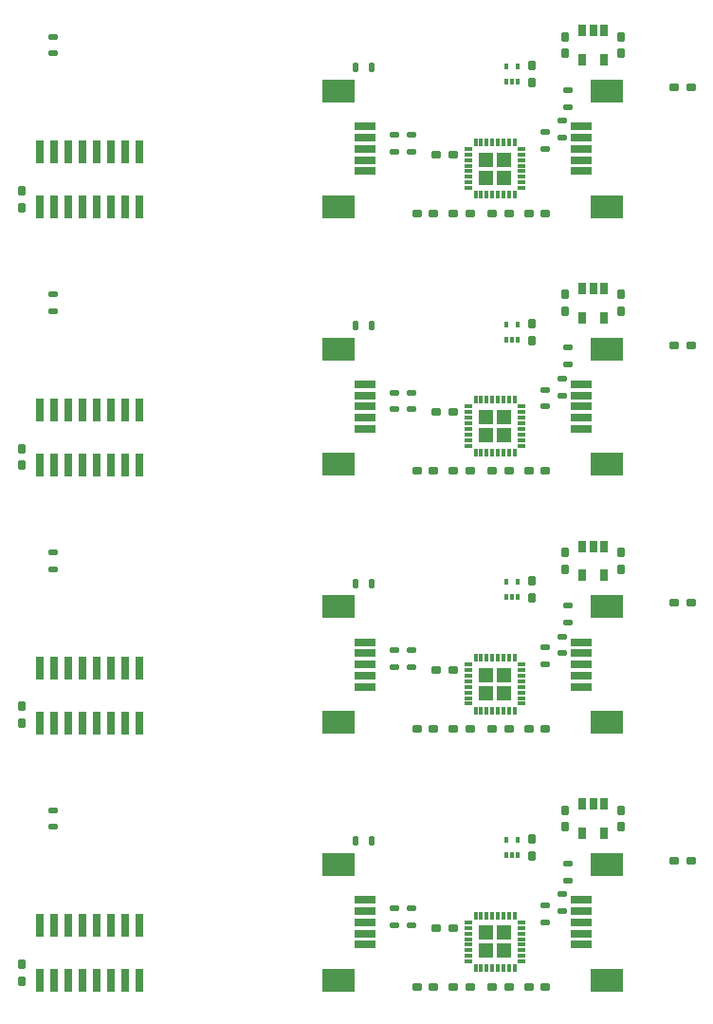
<source format=gbp>
%FSLAX46Y46*%
%MOMM*%
%AMPS13*
21,1,0.300000,0.450000,0.000000,0.000000,360.000000*
%
%ADD13PS13*%
%AMPS12*
21,1,0.300000,0.450000,0.000000,0.000000,180.000000*
%
%ADD12PS12*%
%AMPS26*
21,1,0.600000,1.900000,0.000000,0.000000,270.000000*
%
%ADD26PS26*%
%AMPS23*
21,1,0.600000,1.900000,0.000000,0.000000,90.000000*
%
%ADD23PS23*%
%AMPS24*
21,1,2.100000,2.800000,0.000000,0.000000,270.000000*
%
%ADD24PS24*%
%AMPS22*
21,1,2.100000,2.800000,0.000000,0.000000,90.000000*
%
%ADD22PS22*%
%AMPS17*
21,1,0.600000,1.950000,0.000000,0.000000,360.000000*
%
%ADD17PS17*%
%AMPS16*
21,1,0.600000,1.950000,0.000000,0.000000,180.000000*
%
%ADD16PS16*%
%AMPS29*
21,1,0.300000,0.600000,0.000000,0.000000,360.000000*
%
%ADD29PS29*%
%AMPS28*
21,1,0.300000,0.600000,0.000000,0.000000,270.000000*
%
%ADD28PS28*%
%AMPS30*
21,1,0.300000,0.600000,0.000000,0.000000,180.000000*
%
%ADD30PS30*%
%AMPS27*
21,1,0.300000,0.600000,0.000000,0.000000,90.000000*
%
%ADD27PS27*%
%AMPS11*
1,1,0.360000,0.220000,-0.195000*
1,1,0.360000,0.220000,0.195000*
21,1,0.800000,0.390000,0.000000,0.000000,360.000000*
21,1,0.440000,0.750000,0.000000,0.000000,360.000000*
1,1,0.360000,-0.220000,-0.195000*
1,1,0.360000,-0.220000,0.195000*
%
%ADD11PS11*%
%AMPS15*
1,1,0.360000,-0.195000,-0.220000*
1,1,0.360000,0.195000,-0.220000*
21,1,0.800000,0.390000,0.000000,0.000000,270.000000*
21,1,0.440000,0.750000,0.000000,0.000000,270.000000*
1,1,0.360000,-0.195000,0.220000*
1,1,0.360000,0.195000,0.220000*
%
%ADD15PS15*%
%AMPS18*
1,1,0.360000,-0.220000,0.195000*
1,1,0.360000,-0.220000,-0.195000*
21,1,0.800000,0.390000,0.000000,0.000000,180.000000*
21,1,0.440000,0.750000,0.000000,0.000000,180.000000*
1,1,0.360000,0.220000,0.195000*
1,1,0.360000,0.220000,-0.195000*
%
%ADD18PS18*%
%AMPS25*
1,1,0.360000,0.195000,0.220000*
1,1,0.360000,-0.195000,0.220000*
21,1,0.800000,0.390000,0.000000,0.000000,90.000000*
21,1,0.440000,0.750000,0.000000,0.000000,90.000000*
1,1,0.360000,0.195000,-0.220000*
1,1,0.360000,-0.195000,-0.220000*
%
%ADD25PS25*%
%AMPS14*
1,1,0.240000,-0.330000,-0.130000*
1,1,0.240000,0.330000,-0.130000*
21,1,0.500000,0.660000,0.000000,0.000000,270.000000*
21,1,0.260000,0.900000,0.000000,0.000000,270.000000*
1,1,0.240000,-0.330000,0.130000*
1,1,0.240000,0.330000,0.130000*
%
%ADD14PS14*%
%AMPS21*
1,1,0.240000,-0.130000,0.330000*
1,1,0.240000,-0.130000,-0.330000*
21,1,0.500000,0.660000,0.000000,0.000000,180.000000*
21,1,0.260000,0.900000,0.000000,0.000000,180.000000*
1,1,0.240000,0.130000,0.330000*
1,1,0.240000,0.130000,-0.330000*
%
%ADD21PS21*%
%AMPS10*
1,1,0.240000,0.330000,0.130000*
1,1,0.240000,-0.330000,0.130000*
21,1,0.500000,0.660000,0.000000,0.000000,90.000000*
21,1,0.260000,0.900000,0.000000,0.000000,90.000000*
1,1,0.240000,0.330000,-0.130000*
1,1,0.240000,-0.330000,-0.130000*
%
%ADD10PS10*%
%AMPS19*
1,1,0.100000,0.250000,-0.500000*
1,1,0.100000,0.250000,0.500000*
21,1,0.600000,1.000000,0.000000,0.000000,360.000000*
21,1,0.500000,1.100000,0.000000,0.000000,360.000000*
1,1,0.100000,-0.250000,-0.500000*
1,1,0.100000,-0.250000,0.500000*
%
%ADD19PS19*%
%AMPS20*
1,1,0.100000,-0.250000,0.500000*
1,1,0.100000,-0.250000,-0.500000*
21,1,0.600000,1.000000,0.000000,0.000000,180.000000*
21,1,0.500000,1.100000,0.000000,0.000000,180.000000*
1,1,0.100000,0.250000,0.500000*
1,1,0.100000,0.250000,-0.500000*
%
%ADD20PS20*%
%AMPS31*
4,1,4,
-1.443750,1.443750,
-0.206250,1.443750,
-0.206250,0.206250,
-1.443750,0.206250,
-1.443750,1.443750,
0*
4,1,4,
0.206250,1.443750,
1.443750,1.443750,
1.443750,0.206250,
0.206250,0.206250,
0.206250,1.443750,
0*
4,1,4,
0.206250,-0.206250,
1.443750,-0.206250,
1.443750,-1.443750,
0.206250,-1.443750,
0.206250,-0.206250,
0*
4,1,4,
-1.443750,-0.206250,
-0.206250,-0.206250,
-0.206250,-1.443750,
-1.443750,-1.443750,
-1.443750,-0.206250,
0*
%
%ADD31PS31*%
G01*
G01*
%LPD*%
G75*
D10*
X46500000Y31000000D03*
D10*
X46500000Y29500000D03*
D11*
X50250000Y24000000D03*
D11*
X51750000Y24000000D03*
D11*
X70000000Y35250000D03*
D11*
X71500000Y35250000D03*
D12*
X56000000Y37100000D03*
D13*
X56000000Y35750000D03*
D13*
X55500000Y35750000D03*
D13*
X55000000Y35750000D03*
D12*
X55000000Y37100000D03*
D14*
X60000000Y30750000D03*
D14*
X60000000Y32250000D03*
D10*
X58500000Y31250000D03*
D10*
X58500000Y29750000D03*
D15*
X60250000Y39750000D03*
D15*
X60250000Y38250000D03*
D16*
X19705000Y29450000D03*
D17*
X20975000Y24550000D03*
D16*
X17165000Y29450000D03*
D17*
X22245000Y24550000D03*
D17*
X14625000Y24550000D03*
D17*
X15895000Y24550000D03*
D16*
X14625000Y29450000D03*
D17*
X18435000Y24550000D03*
D17*
X19705000Y24550000D03*
D16*
X15895000Y29450000D03*
D17*
X13355000Y24550000D03*
D16*
X18435000Y29450000D03*
D16*
X20975000Y29450000D03*
D16*
X22245000Y29450000D03*
D16*
X13355000Y29450000D03*
D17*
X17165000Y24550000D03*
D18*
X48500000Y24000000D03*
D18*
X47000000Y24000000D03*
D10*
X45000000Y31000000D03*
D10*
X45000000Y29500000D03*
D19*
X61800000Y37700000D03*
D19*
X63700000Y37700000D03*
D20*
X63700000Y40300000D03*
D20*
X61800000Y40300000D03*
D20*
X62750000Y40300000D03*
D21*
X41500000Y37000000D03*
D21*
X43000000Y37000000D03*
D22*
X64000000Y34900000D03*
D23*
X61650000Y29750000D03*
D24*
X64000000Y24600000D03*
D23*
X61650000Y28750000D03*
D23*
X61650000Y30750000D03*
D23*
X61650000Y27750000D03*
D23*
X61650000Y31750000D03*
D15*
X57250000Y37175000D03*
D15*
X57250000Y35675000D03*
D11*
X48750000Y29250000D03*
D11*
X50250000Y29250000D03*
D10*
X14523334Y39750000D03*
D10*
X14523334Y38250000D03*
D18*
X58500000Y24000000D03*
D18*
X57000000Y24000000D03*
D25*
X65250000Y38250000D03*
D25*
X65250000Y39750000D03*
D11*
X53750000Y24000000D03*
D11*
X55250000Y24000000D03*
D24*
X40000000Y24600000D03*
D26*
X42350000Y29750000D03*
D22*
X40000000Y34900000D03*
D26*
X42350000Y30750000D03*
D26*
X42350000Y28750000D03*
D26*
X42350000Y31750000D03*
D26*
X42350000Y27750000D03*
D27*
X56350000Y28750000D03*
D28*
X51650000Y28750000D03*
D29*
X54250000Y25650000D03*
D27*
X56350000Y26250000D03*
D30*
X53250000Y30350000D03*
D27*
X56350000Y29750000D03*
D28*
X51650000Y27250000D03*
D29*
X53750000Y25650000D03*
D30*
X55250000Y30350000D03*
D27*
X56350000Y28250000D03*
D29*
X53250000Y25650000D03*
D27*
X56350000Y26750000D03*
D28*
X51650000Y28250000D03*
D29*
X52250000Y25650000D03*
D28*
X51650000Y26750000D03*
D30*
X52750000Y30350000D03*
D28*
X51650000Y27750000D03*
D31*
X54000000Y28000000D03*
D30*
X55750000Y30350000D03*
D29*
X55250000Y25650000D03*
D30*
X52250000Y30350000D03*
D30*
X54750000Y30350000D03*
D30*
X54250000Y30350000D03*
D29*
X54750000Y25650000D03*
D30*
X53750000Y30350000D03*
D28*
X51650000Y26250000D03*
D28*
X51650000Y29750000D03*
D27*
X56350000Y27750000D03*
D28*
X51650000Y29250000D03*
D27*
X56350000Y27250000D03*
D27*
X56350000Y29250000D03*
D29*
X55750000Y25650000D03*
D29*
X52750000Y25650000D03*
D15*
X11750000Y26000000D03*
D15*
X11750000Y24500000D03*
D14*
X60500000Y33500000D03*
D14*
X60500000Y35000000D03*
D10*
X46500000Y77000000D03*
D10*
X46500000Y75500000D03*
D11*
X50250000Y70000000D03*
D11*
X51750000Y70000000D03*
D11*
X70000000Y81250000D03*
D11*
X71500000Y81250000D03*
D12*
X56000000Y83100000D03*
D13*
X56000000Y81750000D03*
D13*
X55500000Y81750000D03*
D13*
X55000000Y81750000D03*
D12*
X55000000Y83100000D03*
D14*
X60000000Y76750000D03*
D14*
X60000000Y78250000D03*
D10*
X58500000Y77250000D03*
D10*
X58500000Y75750000D03*
D15*
X60250000Y85750000D03*
D15*
X60250000Y84250000D03*
D16*
X19705000Y75450000D03*
D17*
X20975000Y70550000D03*
D16*
X17165000Y75450000D03*
D17*
X22245000Y70550000D03*
D17*
X14625000Y70550000D03*
D17*
X15895000Y70550000D03*
D16*
X14625000Y75450000D03*
D17*
X18435000Y70550000D03*
D17*
X19705000Y70550000D03*
D16*
X15895000Y75450000D03*
D17*
X13355000Y70550000D03*
D16*
X18435000Y75450000D03*
D16*
X20975000Y75450000D03*
D16*
X22245000Y75450000D03*
D16*
X13355000Y75450000D03*
D17*
X17165000Y70550000D03*
D18*
X48500000Y70000000D03*
D18*
X47000000Y70000000D03*
D10*
X45000000Y77000000D03*
D10*
X45000000Y75500000D03*
D19*
X61800000Y83700000D03*
D19*
X63700000Y83700000D03*
D20*
X63700000Y86300000D03*
D20*
X61800000Y86300000D03*
D20*
X62750000Y86300000D03*
D21*
X41500000Y83000000D03*
D21*
X43000000Y83000000D03*
D22*
X64000000Y80900000D03*
D23*
X61650000Y75750000D03*
D24*
X64000000Y70600000D03*
D23*
X61650000Y74750000D03*
D23*
X61650000Y76750000D03*
D23*
X61650000Y73750000D03*
D23*
X61650000Y77750000D03*
D15*
X57250000Y83175000D03*
D15*
X57250000Y81675000D03*
D11*
X48750000Y75250000D03*
D11*
X50250000Y75250000D03*
D10*
X14523334Y85750000D03*
D10*
X14523334Y84250000D03*
D18*
X58500000Y70000000D03*
D18*
X57000000Y70000000D03*
D25*
X65250000Y84250000D03*
D25*
X65250000Y85750000D03*
D11*
X53750000Y70000000D03*
D11*
X55250000Y70000000D03*
D24*
X40000000Y70600000D03*
D26*
X42350000Y75750000D03*
D22*
X40000000Y80900000D03*
D26*
X42350000Y76750000D03*
D26*
X42350000Y74750000D03*
D26*
X42350000Y77750000D03*
D26*
X42350000Y73750000D03*
D27*
X56350000Y74750000D03*
D28*
X51650000Y74750000D03*
D29*
X54250000Y71650000D03*
D27*
X56350000Y72250000D03*
D30*
X53250000Y76350000D03*
D27*
X56350000Y75750000D03*
D28*
X51650000Y73250000D03*
D29*
X53750000Y71650000D03*
D30*
X55250000Y76350000D03*
D27*
X56350000Y74250000D03*
D29*
X53250000Y71650000D03*
D27*
X56350000Y72750000D03*
D28*
X51650000Y74250000D03*
D29*
X52250000Y71650000D03*
D28*
X51650000Y72750000D03*
D30*
X52750000Y76350000D03*
D28*
X51650000Y73750000D03*
D31*
X54000000Y74000000D03*
D30*
X55750000Y76350000D03*
D29*
X55250000Y71650000D03*
D30*
X52250000Y76350000D03*
D30*
X54750000Y76350000D03*
D30*
X54250000Y76350000D03*
D29*
X54750000Y71650000D03*
D30*
X53750000Y76350000D03*
D28*
X51650000Y72250000D03*
D28*
X51650000Y75750000D03*
D27*
X56350000Y73750000D03*
D28*
X51650000Y75250000D03*
D27*
X56350000Y73250000D03*
D27*
X56350000Y75250000D03*
D29*
X55750000Y71650000D03*
D29*
X52750000Y71650000D03*
D15*
X11750000Y72000000D03*
D15*
X11750000Y70500000D03*
D14*
X60500000Y79500000D03*
D14*
X60500000Y81000000D03*
D10*
X46500000Y8000000D03*
D10*
X46500000Y6500000D03*
D11*
X50250000Y1000000D03*
D11*
X51750000Y1000000D03*
D11*
X70000000Y12250000D03*
D11*
X71500000Y12250000D03*
D12*
X56000000Y14100000D03*
D13*
X56000000Y12750000D03*
D13*
X55500000Y12750000D03*
D13*
X55000000Y12750000D03*
D12*
X55000000Y14100000D03*
D14*
X60000000Y7750000D03*
D14*
X60000000Y9250000D03*
D10*
X58500000Y8250000D03*
D10*
X58500000Y6750000D03*
D15*
X60250000Y16750000D03*
D15*
X60250000Y15250000D03*
D16*
X19705000Y6450000D03*
D17*
X20975000Y1550000D03*
D16*
X17165000Y6450000D03*
D17*
X22245000Y1550000D03*
D17*
X14625000Y1550000D03*
D17*
X15895000Y1550000D03*
D16*
X14625000Y6450000D03*
D17*
X18435000Y1550000D03*
D17*
X19705000Y1550000D03*
D16*
X15895000Y6450000D03*
D17*
X13355000Y1550000D03*
D16*
X18435000Y6450000D03*
D16*
X20975000Y6450000D03*
D16*
X22245000Y6450000D03*
D16*
X13355000Y6450000D03*
D17*
X17165000Y1550000D03*
D18*
X48500000Y1000000D03*
D18*
X47000000Y1000000D03*
D10*
X45000000Y8000000D03*
D10*
X45000000Y6500000D03*
D19*
X61800000Y14700000D03*
D19*
X63700000Y14700000D03*
D20*
X63700000Y17300000D03*
D20*
X61800000Y17300000D03*
D20*
X62750000Y17300000D03*
D21*
X41500000Y14000000D03*
D21*
X43000000Y14000000D03*
D22*
X64000000Y11900000D03*
D23*
X61650000Y6750000D03*
D24*
X64000000Y1600000D03*
D23*
X61650000Y5750000D03*
D23*
X61650000Y7750000D03*
D23*
X61650000Y4750000D03*
D23*
X61650000Y8750000D03*
D15*
X57250000Y14175000D03*
D15*
X57250000Y12675000D03*
D11*
X48750000Y6250000D03*
D11*
X50250000Y6250000D03*
D10*
X14523334Y16750000D03*
D10*
X14523334Y15250000D03*
D18*
X58500000Y1000000D03*
D18*
X57000000Y1000000D03*
D25*
X65250000Y15250000D03*
D25*
X65250000Y16750000D03*
D11*
X53750000Y1000000D03*
D11*
X55250000Y1000000D03*
D24*
X40000000Y1600000D03*
D26*
X42350000Y6750000D03*
D22*
X40000000Y11900000D03*
D26*
X42350000Y7750000D03*
D26*
X42350000Y5750000D03*
D26*
X42350000Y8750000D03*
D26*
X42350000Y4750000D03*
D27*
X56350000Y5750000D03*
D28*
X51650000Y5750000D03*
D29*
X54250000Y2650000D03*
D27*
X56350000Y3250000D03*
D30*
X53250000Y7350000D03*
D27*
X56350000Y6750000D03*
D28*
X51650000Y4250000D03*
D29*
X53750000Y2650000D03*
D30*
X55250000Y7350000D03*
D27*
X56350000Y5250000D03*
D29*
X53250000Y2650000D03*
D27*
X56350000Y3750000D03*
D28*
X51650000Y5250000D03*
D29*
X52250000Y2650000D03*
D28*
X51650000Y3750000D03*
D30*
X52750000Y7350000D03*
D28*
X51650000Y4750000D03*
D31*
X54000000Y5000000D03*
D30*
X55750000Y7350000D03*
D29*
X55250000Y2650000D03*
D30*
X52250000Y7350000D03*
D30*
X54750000Y7350000D03*
D30*
X54250000Y7350000D03*
D29*
X54750000Y2650000D03*
D30*
X53750000Y7350000D03*
D28*
X51650000Y3250000D03*
D28*
X51650000Y6750000D03*
D27*
X56350000Y4750000D03*
D28*
X51650000Y6250000D03*
D27*
X56350000Y4250000D03*
D27*
X56350000Y6250000D03*
D29*
X55750000Y2650000D03*
D29*
X52750000Y2650000D03*
D15*
X11750000Y3000000D03*
D15*
X11750000Y1500000D03*
D14*
X60500000Y10500000D03*
D14*
X60500000Y12000000D03*
D10*
X46500000Y54000000D03*
D10*
X46500000Y52500000D03*
D11*
X50250000Y47000000D03*
D11*
X51750000Y47000000D03*
D11*
X70000000Y58250000D03*
D11*
X71500000Y58250000D03*
D12*
X56000000Y60100000D03*
D13*
X56000000Y58750000D03*
D13*
X55500000Y58750000D03*
D13*
X55000000Y58750000D03*
D12*
X55000000Y60100000D03*
D14*
X60000000Y53750000D03*
D14*
X60000000Y55250000D03*
D10*
X58500000Y54250000D03*
D10*
X58500000Y52750000D03*
D15*
X60250000Y62750000D03*
D15*
X60250000Y61250000D03*
D16*
X19705000Y52450000D03*
D17*
X20975000Y47550000D03*
D16*
X17165000Y52450000D03*
D17*
X22245000Y47550000D03*
D17*
X14625000Y47550000D03*
D17*
X15895000Y47550000D03*
D16*
X14625000Y52450000D03*
D17*
X18435000Y47550000D03*
D17*
X19705000Y47550000D03*
D16*
X15895000Y52450000D03*
D17*
X13355000Y47550000D03*
D16*
X18435000Y52450000D03*
D16*
X20975000Y52450000D03*
D16*
X22245000Y52450000D03*
D16*
X13355000Y52450000D03*
D17*
X17165000Y47550000D03*
D18*
X48500000Y47000000D03*
D18*
X47000000Y47000000D03*
D10*
X45000000Y54000000D03*
D10*
X45000000Y52500000D03*
D19*
X61800000Y60700000D03*
D19*
X63700000Y60700000D03*
D20*
X63700000Y63300000D03*
D20*
X61800000Y63300000D03*
D20*
X62750000Y63300000D03*
D21*
X41500000Y60000000D03*
D21*
X43000000Y60000000D03*
D22*
X64000000Y57900000D03*
D23*
X61650000Y52750000D03*
D24*
X64000000Y47600000D03*
D23*
X61650000Y51750000D03*
D23*
X61650000Y53750000D03*
D23*
X61650000Y50750000D03*
D23*
X61650000Y54750000D03*
D15*
X57250000Y60175000D03*
D15*
X57250000Y58675000D03*
D11*
X48750000Y52250000D03*
D11*
X50250000Y52250000D03*
D10*
X14523334Y62750000D03*
D10*
X14523334Y61250000D03*
D18*
X58500000Y47000000D03*
D18*
X57000000Y47000000D03*
D25*
X65250000Y61250000D03*
D25*
X65250000Y62750000D03*
D11*
X53750000Y47000000D03*
D11*
X55250000Y47000000D03*
D24*
X40000000Y47600000D03*
D26*
X42350000Y52750000D03*
D22*
X40000000Y57900000D03*
D26*
X42350000Y53750000D03*
D26*
X42350000Y51750000D03*
D26*
X42350000Y54750000D03*
D26*
X42350000Y50750000D03*
D27*
X56350000Y51750000D03*
D28*
X51650000Y51750000D03*
D29*
X54250000Y48650000D03*
D27*
X56350000Y49250000D03*
D30*
X53250000Y53350000D03*
D27*
X56350000Y52750000D03*
D28*
X51650000Y50250000D03*
D29*
X53750000Y48650000D03*
D30*
X55250000Y53350000D03*
D27*
X56350000Y51250000D03*
D29*
X53250000Y48650000D03*
D27*
X56350000Y49750000D03*
D28*
X51650000Y51250000D03*
D29*
X52250000Y48650000D03*
D28*
X51650000Y49750000D03*
D30*
X52750000Y53350000D03*
D28*
X51650000Y50750000D03*
D31*
X54000000Y51000000D03*
D30*
X55750000Y53350000D03*
D29*
X55250000Y48650000D03*
D30*
X52250000Y53350000D03*
D30*
X54750000Y53350000D03*
D30*
X54250000Y53350000D03*
D29*
X54750000Y48650000D03*
D30*
X53750000Y53350000D03*
D28*
X51650000Y49250000D03*
D28*
X51650000Y52750000D03*
D27*
X56350000Y50750000D03*
D28*
X51650000Y52250000D03*
D27*
X56350000Y50250000D03*
D27*
X56350000Y52250000D03*
D29*
X55750000Y48650000D03*
D29*
X52750000Y48650000D03*
D15*
X11750000Y49000000D03*
D15*
X11750000Y47500000D03*
D14*
X60500000Y56500000D03*
D14*
X60500000Y58000000D03*
M02*

</source>
